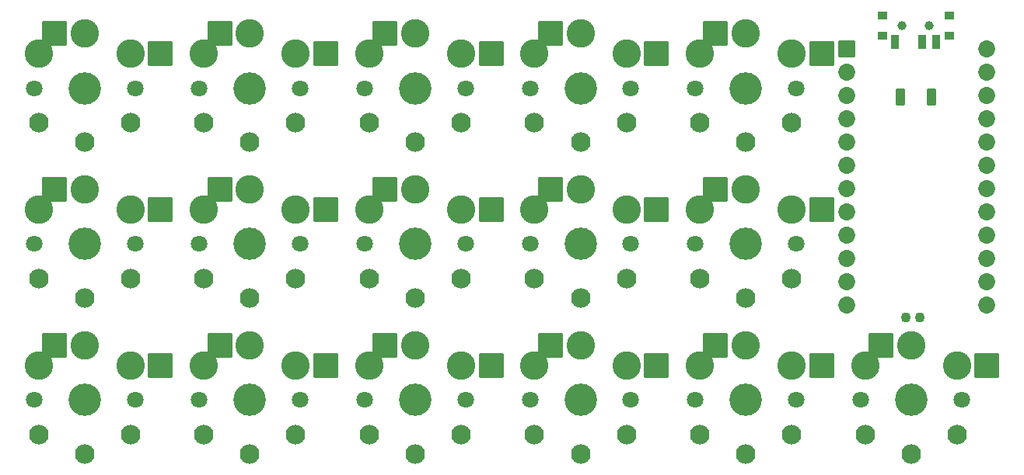
<source format=gbr>
%TF.GenerationSoftware,KiCad,Pcbnew,(6.0.7-1)-1*%
%TF.CreationDate,2022-10-23T13:43:15-07:00*%
%TF.ProjectId,card,63617264-2e6b-4696-9361-645f70636258,v1.0.0*%
%TF.SameCoordinates,Original*%
%TF.FileFunction,Soldermask,Bot*%
%TF.FilePolarity,Negative*%
%FSLAX46Y46*%
G04 Gerber Fmt 4.6, Leading zero omitted, Abs format (unit mm)*
G04 Created by KiCad (PCBNEW (6.0.7-1)-1) date 2022-10-23 13:43:15*
%MOMM*%
%LPD*%
G01*
G04 APERTURE LIST*
G04 Aperture macros list*
%AMRoundRect*
0 Rectangle with rounded corners*
0 $1 Rounding radius*
0 $2 $3 $4 $5 $6 $7 $8 $9 X,Y pos of 4 corners*
0 Add a 4 corners polygon primitive as box body*
4,1,4,$2,$3,$4,$5,$6,$7,$8,$9,$2,$3,0*
0 Add four circle primitives for the rounded corners*
1,1,$1+$1,$2,$3*
1,1,$1+$1,$4,$5*
1,1,$1+$1,$6,$7*
1,1,$1+$1,$8,$9*
0 Add four rect primitives between the rounded corners*
20,1,$1+$1,$2,$3,$4,$5,0*
20,1,$1+$1,$4,$5,$6,$7,0*
20,1,$1+$1,$6,$7,$8,$9,0*
20,1,$1+$1,$8,$9,$2,$3,0*%
G04 Aperture macros list end*
%ADD10C,1.100000*%
%ADD11RoundRect,0.050000X-0.500000X-0.400000X0.500000X-0.400000X0.500000X0.400000X-0.500000X0.400000X0*%
%ADD12C,1.000000*%
%ADD13RoundRect,0.050000X-0.350000X-0.750000X0.350000X-0.750000X0.350000X0.750000X-0.350000X0.750000X0*%
%ADD14C,1.801800*%
%ADD15C,3.529000*%
%ADD16C,2.132000*%
%ADD17C,3.100000*%
%ADD18RoundRect,0.050000X-1.300000X-1.300000X1.300000X-1.300000X1.300000X1.300000X-1.300000X1.300000X0*%
%ADD19RoundRect,0.050000X-0.450000X-0.850000X0.450000X-0.850000X0.450000X0.850000X-0.450000X0.850000X0*%
%ADD20RoundRect,0.050000X-0.876300X0.876300X-0.876300X-0.876300X0.876300X-0.876300X0.876300X0.876300X0*%
%ADD21C,1.852600*%
G04 APERTURE END LIST*
D10*
%TO.C,*%
X107450000Y9000000D03*
X108950000Y9000000D03*
%TD*%
D11*
%TO.C,*%
X112150000Y39720000D03*
D12*
X110000000Y40830000D03*
D11*
X104850000Y39720000D03*
D12*
X107000000Y40830000D03*
D11*
X112150000Y41930000D03*
X104850000Y41930000D03*
D12*
X110000000Y40830000D03*
X107000000Y40830000D03*
D13*
X106250000Y39070000D03*
X109250000Y39070000D03*
X110750000Y39070000D03*
%TD*%
D14*
%TO.C,S24*%
X77500000Y34000000D03*
X66500000Y34000000D03*
D15*
X72000000Y34000000D03*
D16*
X77000000Y30200000D03*
X67000000Y30200000D03*
X72000000Y28100000D03*
X72000000Y28100000D03*
%TD*%
D17*
%TO.C,S31*%
X113000000Y3750000D03*
D15*
X108000000Y0D03*
D17*
X108000000Y5950000D03*
X103000000Y3750000D03*
D14*
X102500000Y0D03*
D17*
X108000000Y5950000D03*
D14*
X113500000Y0D03*
D18*
X104725000Y5950000D03*
X116275000Y3750000D03*
%TD*%
D14*
%TO.C,S18*%
X48500000Y34000000D03*
D15*
X54000000Y34000000D03*
D14*
X59500000Y34000000D03*
D16*
X49000000Y30200000D03*
X59000000Y30200000D03*
X54000000Y28100000D03*
X54000000Y28100000D03*
%TD*%
D14*
%TO.C,S6*%
X23500000Y34000000D03*
D15*
X18000000Y34000000D03*
D14*
X12500000Y34000000D03*
D16*
X13000000Y30200000D03*
X23000000Y30200000D03*
X18000000Y28100000D03*
X18000000Y28100000D03*
%TD*%
D17*
%TO.C,S15*%
X49000000Y20750000D03*
D14*
X59500000Y17000000D03*
D17*
X54000000Y22950000D03*
D15*
X54000000Y17000000D03*
D17*
X59000000Y20750000D03*
X54000000Y22950000D03*
D14*
X48500000Y17000000D03*
D18*
X50725000Y22950000D03*
X62275000Y20750000D03*
%TD*%
D14*
%TO.C,S28*%
X84500000Y17000000D03*
D15*
X90000000Y17000000D03*
D14*
X95500000Y17000000D03*
D16*
X95000000Y13200000D03*
X85000000Y13200000D03*
X90000000Y11100000D03*
X90000000Y11100000D03*
%TD*%
D14*
%TO.C,S8*%
X30500000Y0D03*
X41500000Y0D03*
D15*
X36000000Y0D03*
D16*
X31000000Y-3800000D03*
X41000000Y-3800000D03*
X36000000Y-5900000D03*
X36000000Y-5900000D03*
%TD*%
D15*
%TO.C,S19*%
X72000000Y0D03*
D14*
X66500000Y0D03*
D17*
X72000000Y5950000D03*
X77000000Y3750000D03*
X72000000Y5950000D03*
D14*
X77500000Y0D03*
D17*
X67000000Y3750000D03*
D18*
X68725000Y5950000D03*
X80275000Y3750000D03*
%TD*%
D14*
%TO.C,S11*%
X41500000Y34000000D03*
X30500000Y34000000D03*
D17*
X31000000Y37750000D03*
X36000000Y39950000D03*
X36000000Y39950000D03*
X41000000Y37750000D03*
D15*
X36000000Y34000000D03*
D18*
X32725000Y39950000D03*
X44275000Y37750000D03*
%TD*%
D14*
%TO.C,S7*%
X30500000Y0D03*
D15*
X36000000Y0D03*
D17*
X36000000Y5950000D03*
X41000000Y3750000D03*
X36000000Y5950000D03*
D14*
X41500000Y0D03*
D17*
X31000000Y3750000D03*
D18*
X32725000Y5950000D03*
X44275000Y3750000D03*
%TD*%
D15*
%TO.C,S22*%
X72000000Y17000000D03*
D14*
X66500000Y17000000D03*
X77500000Y17000000D03*
D16*
X67000000Y13200000D03*
X77000000Y13200000D03*
X72000000Y11100000D03*
X72000000Y11100000D03*
%TD*%
D17*
%TO.C,S27*%
X85000000Y20750000D03*
D15*
X90000000Y17000000D03*
D14*
X84500000Y17000000D03*
D17*
X90000000Y22950000D03*
D14*
X95500000Y17000000D03*
D17*
X90000000Y22950000D03*
X95000000Y20750000D03*
D18*
X86725000Y22950000D03*
X98275000Y20750000D03*
%TD*%
D17*
%TO.C,S9*%
X36000000Y22950000D03*
X41000000Y20750000D03*
D14*
X30500000Y17000000D03*
X41500000Y17000000D03*
D17*
X36000000Y22950000D03*
D15*
X36000000Y17000000D03*
D17*
X31000000Y20750000D03*
D18*
X32725000Y22950000D03*
X44275000Y20750000D03*
%TD*%
D14*
%TO.C,S12*%
X41500000Y34000000D03*
D15*
X36000000Y34000000D03*
D14*
X30500000Y34000000D03*
D16*
X41000000Y30200000D03*
X31000000Y30200000D03*
X36000000Y28100000D03*
X36000000Y28100000D03*
%TD*%
D19*
%TO.C,*%
X106800000Y33000000D03*
X110200000Y33000000D03*
%TD*%
D17*
%TO.C,S17*%
X54000000Y39950000D03*
D15*
X54000000Y34000000D03*
D17*
X54000000Y39950000D03*
D14*
X59500000Y34000000D03*
D17*
X49000000Y37750000D03*
D14*
X48500000Y34000000D03*
D17*
X59000000Y37750000D03*
D18*
X50725000Y39950000D03*
X62275000Y37750000D03*
%TD*%
D15*
%TO.C,S21*%
X72000000Y17000000D03*
D17*
X77000000Y20750000D03*
D14*
X77500000Y17000000D03*
D17*
X67000000Y20750000D03*
D14*
X66500000Y17000000D03*
D17*
X72000000Y22950000D03*
X72000000Y22950000D03*
D18*
X68725000Y22950000D03*
X80275000Y20750000D03*
%TD*%
D14*
%TO.C,S25*%
X84500000Y0D03*
D17*
X85000000Y3750000D03*
D14*
X95500000Y0D03*
D17*
X95000000Y3750000D03*
D15*
X90000000Y0D03*
D17*
X90000000Y5950000D03*
X90000000Y5950000D03*
D18*
X86725000Y5950000D03*
X98275000Y3750000D03*
%TD*%
D14*
%TO.C,S26*%
X95500000Y0D03*
X84500000Y0D03*
D15*
X90000000Y0D03*
D16*
X85000000Y-3800000D03*
X95000000Y-3800000D03*
X90000000Y-5900000D03*
X90000000Y-5900000D03*
%TD*%
D17*
%TO.C,S3*%
X23000000Y20750000D03*
X18000000Y22950000D03*
X13000000Y20750000D03*
D14*
X23500000Y17000000D03*
D15*
X18000000Y17000000D03*
D17*
X18000000Y22950000D03*
D14*
X12500000Y17000000D03*
D18*
X14725000Y22950000D03*
X26275000Y20750000D03*
%TD*%
D17*
%TO.C,S5*%
X18000000Y39950000D03*
D14*
X23500000Y34000000D03*
X12500000Y34000000D03*
D17*
X13000000Y37750000D03*
X18000000Y39950000D03*
D15*
X18000000Y34000000D03*
D17*
X23000000Y37750000D03*
D18*
X14725000Y39950000D03*
X26275000Y37750000D03*
%TD*%
D14*
%TO.C,S2*%
X12500000Y0D03*
D15*
X18000000Y0D03*
D14*
X23500000Y0D03*
D16*
X23000000Y-3800000D03*
X13000000Y-3800000D03*
X18000000Y-5900000D03*
X18000000Y-5900000D03*
%TD*%
D15*
%TO.C,S16*%
X54000000Y17000000D03*
D14*
X48500000Y17000000D03*
X59500000Y17000000D03*
D16*
X49000000Y13200000D03*
X59000000Y13200000D03*
X54000000Y11100000D03*
X54000000Y11100000D03*
%TD*%
D14*
%TO.C,S30*%
X95500000Y34000000D03*
X84500000Y34000000D03*
D15*
X90000000Y34000000D03*
D16*
X85000000Y30200000D03*
X95000000Y30200000D03*
X90000000Y28100000D03*
X90000000Y28100000D03*
%TD*%
D15*
%TO.C,S14*%
X54000000Y0D03*
D14*
X48500000Y0D03*
X59500000Y0D03*
D16*
X59000000Y-3800000D03*
X49000000Y-3800000D03*
X54000000Y-5900000D03*
X54000000Y-5900000D03*
%TD*%
D14*
%TO.C,S4*%
X12500000Y17000000D03*
X23500000Y17000000D03*
D15*
X18000000Y17000000D03*
D16*
X23000000Y13200000D03*
X13000000Y13200000D03*
X18000000Y11100000D03*
X18000000Y11100000D03*
%TD*%
D14*
%TO.C,S32*%
X102500000Y0D03*
D15*
X108000000Y0D03*
D14*
X113500000Y0D03*
D16*
X103000000Y-3800000D03*
X113000000Y-3800000D03*
X108000000Y-5900000D03*
X108000000Y-5900000D03*
%TD*%
D14*
%TO.C,S29*%
X84500000Y34000000D03*
D17*
X95000000Y37750000D03*
X90000000Y39950000D03*
X85000000Y37750000D03*
X90000000Y39950000D03*
D15*
X90000000Y34000000D03*
D14*
X95500000Y34000000D03*
D18*
X86725000Y39950000D03*
X98275000Y37750000D03*
%TD*%
D14*
%TO.C,S13*%
X48500000Y0D03*
D15*
X54000000Y0D03*
D17*
X54000000Y5950000D03*
D14*
X59500000Y0D03*
D17*
X59000000Y3750000D03*
X49000000Y3750000D03*
X54000000Y5950000D03*
D18*
X50725000Y5950000D03*
X62275000Y3750000D03*
%TD*%
D17*
%TO.C,S23*%
X72000000Y39950000D03*
X77000000Y37750000D03*
X72000000Y39950000D03*
X67000000Y37750000D03*
D14*
X66500000Y34000000D03*
D15*
X72000000Y34000000D03*
D14*
X77500000Y34000000D03*
D18*
X68725000Y39950000D03*
X80275000Y37750000D03*
%TD*%
D14*
%TO.C,S20*%
X77500000Y0D03*
X66500000Y0D03*
D15*
X72000000Y0D03*
D16*
X77000000Y-3800000D03*
X67000000Y-3800000D03*
X72000000Y-5900000D03*
X72000000Y-5900000D03*
%TD*%
D20*
%TO.C,MCU1*%
X100980000Y38270000D03*
D21*
X100980000Y35730000D03*
X100980000Y33190000D03*
X100980000Y30650000D03*
X100980000Y28110000D03*
X100980000Y25570000D03*
X100980000Y23030000D03*
X100980000Y20490000D03*
X100980000Y17950000D03*
X100980000Y15410000D03*
X100980000Y12870000D03*
X100980000Y10330000D03*
X116220000Y38270000D03*
X116220000Y35730000D03*
X116220000Y33190000D03*
X116220000Y30650000D03*
X116220000Y28110000D03*
X116220000Y25570000D03*
X116220000Y23030000D03*
X116220000Y20490000D03*
X116220000Y17950000D03*
X116220000Y15410000D03*
X116220000Y12870000D03*
X116220000Y10330000D03*
%TD*%
D14*
%TO.C,S10*%
X41500000Y17000000D03*
X30500000Y17000000D03*
D15*
X36000000Y17000000D03*
D16*
X41000000Y13200000D03*
X31000000Y13200000D03*
X36000000Y11100000D03*
X36000000Y11100000D03*
%TD*%
D17*
%TO.C,S1*%
X18000000Y5950000D03*
D14*
X12500000Y0D03*
D17*
X23000000Y3750000D03*
X18000000Y5950000D03*
X13000000Y3750000D03*
D15*
X18000000Y0D03*
D14*
X23500000Y0D03*
D18*
X14725000Y5950000D03*
X26275000Y3750000D03*
%TD*%
M02*

</source>
